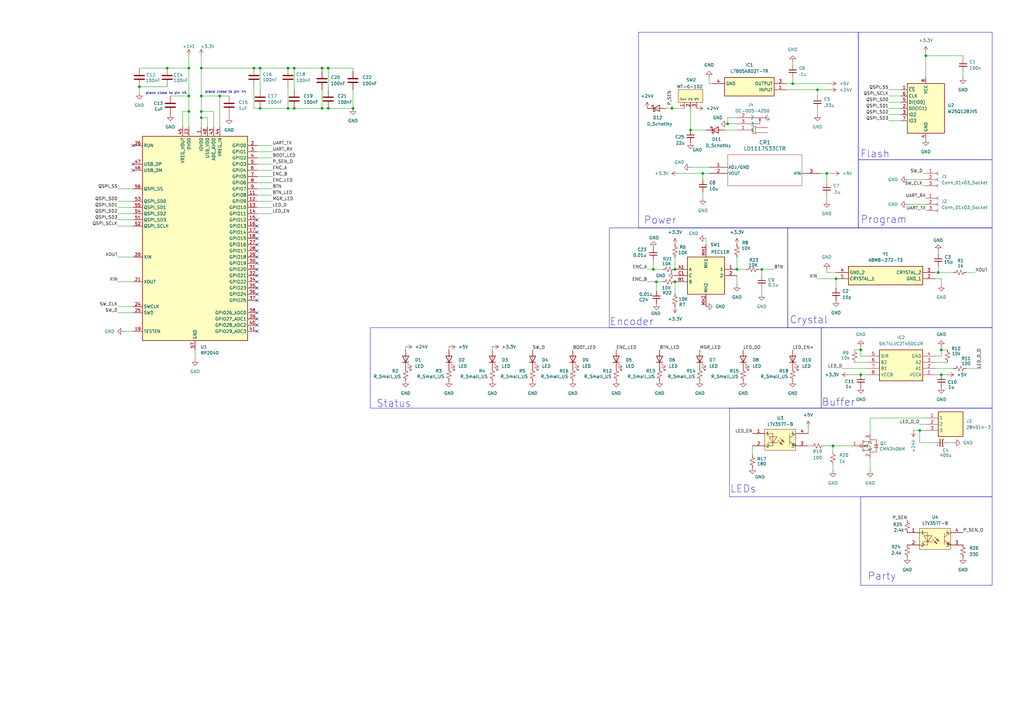
<source format=kicad_sch>
(kicad_sch (version 20231120) (generator "eeschema") (generator_version "8.0")
  (paper "A3")
  (junction (at 57.15 35.56))
  (junction (at 386.08 153.67))
  (junction (at 132.08 44.45))
  (junction (at 82.55 48.26))
  (junction (at 68.58 27.94))
  (junction (at 335.28 36.83))
  (junction (at 132.08 27.94))
  (junction (at 298.45 50.8))
  (junction (at 77.47 45.72))
  (junction (at 276.86 115.57))
  (junction (at 339.09 71.12))
  (junction (at 288.29 71.12))
  (junction (at 377.19 176.53))
  (junction (at 106.68 44.45))
  (junction (at 267.97 110.49))
  (junction (at 134.62 44.45))
  (junction (at 384.81 111.76))
  (junction (at 312.42 110.49))
  (junction (at 144.78 44.45))
  (junction (at 341.63 182.88))
  (junction (at 82.55 39.37))
  (junction (at 386.08 143.51))
  (junction (at 276.86 110.49))
  (junction (at 269.24 115.57))
  (junction (at 120.65 44.45))
  (junction (at 120.65 27.94))
  (junction (at 325.12 34.29))
  (junction (at 82.55 27.94))
  (junction (at 82.55 45.72))
  (junction (at 104.14 27.94))
  (junction (at 134.62 27.94))
  (junction (at 302.26 110.49))
  (junction (at 118.11 44.45))
  (junction (at 106.68 27.94))
  (junction (at 379.73 22.86))
  (junction (at 283.21 53.34))
  (junction (at 353.06 143.51))
  (junction (at 77.47 39.37))
  (junction (at 275.59 44.45))
  (junction (at 90.17 39.37))
  (junction (at 118.11 27.94))
  (junction (at 353.06 153.67))
  (junction (at 342.9 114.3))
  (junction (at 77.47 27.94))
  (no_connect (at 105.41 100.33))
  (no_connect (at 54.61 69.85))
  (no_connect (at 105.41 128.27))
  (no_connect (at 105.41 102.87))
  (no_connect (at 105.41 113.03))
  (no_connect (at 105.41 105.41))
  (no_connect (at 105.41 120.65))
  (no_connect (at 105.41 97.79))
  (no_connect (at 54.61 67.31))
  (no_connect (at 54.61 59.69))
  (no_connect (at 105.41 90.17))
  (no_connect (at 105.41 135.89))
  (no_connect (at 105.41 110.49))
  (no_connect (at 105.41 123.19))
  (no_connect (at 105.41 118.11))
  (no_connect (at 105.41 107.95))
  (no_connect (at 105.41 95.25))
  (no_connect (at 105.41 130.81))
  (no_connect (at 105.41 92.71))
  (no_connect (at 105.41 115.57))
  (no_connect (at 105.41 133.35))
  (wire (pts (xy 364.49 44.45) (xy 369.57 44.45)))
  (wire (pts (xy 105.41 59.69) (xy 111.76 59.69)))
  (wire (pts (xy 342.9 114.3) (xy 342.9 118.11)))
  (wire (pts (xy 105.41 62.23) (xy 111.76 62.23)))
  (wire (pts (xy 379.73 22.86) (xy 394.97 22.86)))
  (wire (pts (xy 134.62 27.94) (xy 144.78 27.94)))
  (wire (pts (xy 69.85 39.37) (xy 77.47 39.37)))
  (wire (pts (xy 379.73 22.86) (xy 379.73 31.75)))
  (wire (pts (xy 269.24 119.38) (xy 269.24 115.57)))
  (wire (pts (xy 276.86 105.41) (xy 276.86 110.49)))
  (wire (pts (xy 289.56 53.34) (xy 283.21 53.34)))
  (wire (pts (xy 339.09 110.49) (xy 339.09 111.76)))
  (wire (pts (xy 288.29 71.12) (xy 288.29 73.66)))
  (wire (pts (xy 57.15 35.56) (xy 57.15 38.1)))
  (wire (pts (xy 105.41 85.09) (xy 111.76 85.09)))
  (wire (pts (xy 265.43 110.49) (xy 267.97 110.49)))
  (wire (pts (xy 384.81 111.76) (xy 391.16 111.76)))
  (wire (pts (xy 105.41 67.31) (xy 111.76 67.31)))
  (wire (pts (xy 388.62 181.61) (xy 391.16 181.61)))
  (wire (pts (xy 93.98 46.99) (xy 93.98 48.26)))
  (wire (pts (xy 353.06 153.67) (xy 355.6 153.67)))
  (wire (pts (xy 48.26 77.47) (xy 54.61 77.47)))
  (wire (pts (xy 77.47 45.72) (xy 77.47 52.07)))
  (wire (pts (xy 144.78 27.94) (xy 144.78 29.21)))
  (wire (pts (xy 339.09 71.12) (xy 341.63 71.12)))
  (wire (pts (xy 335.28 36.83) (xy 335.28 39.37)))
  (wire (pts (xy 396.24 111.76) (xy 400.05 111.76)))
  (wire (pts (xy 374.65 176.53) (xy 377.19 176.53)))
  (wire (pts (xy 335.28 114.3) (xy 342.9 114.3)))
  (wire (pts (xy 85.09 52.07) (xy 85.09 48.26)))
  (wire (pts (xy 120.65 36.83) (xy 120.65 27.94)))
  (wire (pts (xy 364.49 36.83) (xy 369.57 36.83)))
  (wire (pts (xy 48.26 128.27) (xy 54.61 128.27)))
  (wire (pts (xy 275.59 43.18) (xy 275.59 44.45)))
  (wire (pts (xy 134.62 44.45) (xy 144.78 44.45)))
  (wire (pts (xy 104.14 44.45) (xy 106.68 44.45)))
  (wire (pts (xy 386.08 143.51) (xy 388.62 143.51)))
  (wire (pts (xy 377.19 176.53) (xy 379.73 176.53)))
  (wire (pts (xy 48.26 87.63) (xy 54.61 87.63)))
  (wire (pts (xy 386.08 114.3) (xy 386.08 116.84)))
  (wire (pts (xy 345.44 151.13) (xy 355.6 151.13)))
  (wire (pts (xy 384.81 109.22) (xy 384.81 111.76)))
  (wire (pts (xy 377.19 181.61) (xy 383.54 181.61)))
  (wire (pts (xy 364.49 46.99) (xy 369.57 46.99)))
  (wire (pts (xy 289.56 97.79) (xy 289.56 100.33)))
  (wire (pts (xy 290.83 34.29) (xy 292.1 34.29)))
  (wire (pts (xy 350.52 148.59) (xy 355.6 148.59)))
  (wire (pts (xy 384.81 102.87) (xy 384.81 104.14)))
  (wire (pts (xy 269.24 115.57) (xy 271.78 115.57)))
  (wire (pts (xy 118.11 27.94) (xy 120.65 27.94)))
  (wire (pts (xy 87.63 52.07) (xy 87.63 45.72)))
  (wire (pts (xy 50.8 135.89) (xy 54.61 135.89)))
  (wire (pts (xy 302.26 53.34) (xy 297.18 53.34)))
  (wire (pts (xy 339.09 71.12) (xy 339.09 74.93)))
  (wire (pts (xy 80.01 143.51) (xy 80.01 147.32)))
  (wire (pts (xy 337.82 182.88) (xy 341.63 182.88)))
  (wire (pts (xy 106.68 27.94) (xy 118.11 27.94)))
  (wire (pts (xy 288.29 78.74) (xy 288.29 81.28)))
  (wire (pts (xy 378.46 76.2) (xy 379.73 76.2)))
  (wire (pts (xy 120.65 27.94) (xy 132.08 27.94)))
  (wire (pts (xy 48.26 115.57) (xy 54.61 115.57)))
  (wire (pts (xy 322.58 34.29) (xy 325.12 34.29)))
  (wire (pts (xy 132.08 27.94) (xy 134.62 27.94)))
  (wire (pts (xy 77.47 27.94) (xy 77.47 39.37)))
  (wire (pts (xy 283.21 53.34) (xy 283.21 44.45)))
  (wire (pts (xy 325.12 34.29) (xy 340.36 34.29)))
  (wire (pts (xy 386.08 153.67) (xy 388.62 153.67)))
  (wire (pts (xy 379.73 21.59) (xy 379.73 22.86)))
  (wire (pts (xy 120.65 44.45) (xy 132.08 44.45)))
  (wire (pts (xy 350.52 143.51) (xy 353.06 143.51)))
  (wire (pts (xy 77.47 39.37) (xy 77.47 45.72)))
  (wire (pts (xy 106.68 44.45) (xy 118.11 44.45)))
  (wire (pts (xy 364.49 39.37) (xy 369.57 39.37)))
  (wire (pts (xy 335.28 36.83) (xy 340.36 36.83)))
  (wire (pts (xy 394.97 22.86) (xy 394.97 24.13)))
  (wire (pts (xy 396.24 151.13) (xy 402.59 151.13)))
  (wire (pts (xy 383.54 153.67) (xy 386.08 153.67)))
  (wire (pts (xy 311.15 110.49) (xy 312.42 110.49)))
  (wire (pts (xy 132.08 44.45) (xy 132.08 36.83)))
  (wire (pts (xy 90.17 39.37) (xy 93.98 39.37)))
  (wire (pts (xy 341.63 182.88) (xy 349.25 182.88)))
  (wire (pts (xy 353.06 142.24) (xy 353.06 143.51)))
  (wire (pts (xy 378.46 71.12) (xy 379.73 71.12)))
  (wire (pts (xy 144.78 36.83) (xy 144.78 44.45)))
  (wire (pts (xy 308.61 182.88) (xy 308.61 186.69)))
  (wire (pts (xy 276.86 120.65) (xy 276.86 115.57)))
  (wire (pts (xy 105.41 82.55) (xy 111.76 82.55)))
  (wire (pts (xy 347.98 153.67) (xy 353.06 153.67)))
  (wire (pts (xy 48.26 85.09) (xy 54.61 85.09)))
  (wire (pts (xy 118.11 44.45) (xy 120.65 44.45)))
  (wire (pts (xy 201.93 142.24) (xy 201.93 143.51)))
  (wire (pts (xy 356.87 187.96) (xy 356.87 193.04)))
  (wire (pts (xy 278.13 71.12) (xy 288.29 71.12)))
  (wire (pts (xy 132.08 27.94) (xy 132.08 29.21)))
  (wire (pts (xy 267.97 110.49) (xy 271.78 110.49)))
  (wire (pts (xy 335.28 46.99) (xy 335.28 44.45)))
  (wire (pts (xy 325.12 25.4) (xy 325.12 26.67)))
  (wire (pts (xy 312.42 113.03) (xy 312.42 110.49)))
  (wire (pts (xy 77.47 22.86) (xy 77.47 27.94)))
  (wire (pts (xy 394.97 29.21) (xy 394.97 31.75)))
  (wire (pts (xy 383.54 148.59) (xy 388.62 148.59)))
  (wire (pts (xy 312.42 120.65) (xy 312.42 118.11)))
  (wire (pts (xy 325.12 31.75) (xy 325.12 34.29)))
  (wire (pts (xy 377.19 173.99) (xy 379.73 173.99)))
  (wire (pts (xy 74.93 52.07) (xy 74.93 45.72)))
  (wire (pts (xy 341.63 182.88) (xy 341.63 185.42)))
  (wire (pts (xy 105.41 69.85) (xy 111.76 69.85)))
  (wire (pts (xy 386.08 143.51) (xy 386.08 142.24)))
  (wire (pts (xy 383.54 146.05) (xy 386.08 146.05)))
  (wire (pts (xy 87.63 45.72) (xy 82.55 45.72)))
  (wire (pts (xy 288.29 71.12) (xy 290.83 71.12)))
  (wire (pts (xy 105.41 74.93) (xy 111.76 74.93)))
  (wire (pts (xy 68.58 27.94) (xy 77.47 27.94)))
  (wire (pts (xy 339.09 80.01) (xy 339.09 82.55)))
  (wire (pts (xy 290.83 31.75) (xy 290.83 34.29)))
  (wire (pts (xy 386.08 146.05) (xy 386.08 143.51)))
  (wire (pts (xy 57.15 35.56) (xy 68.58 35.56)))
  (wire (pts (xy 302.26 105.41) (xy 302.26 110.49)))
  (wire (pts (xy 275.59 44.45) (xy 280.67 44.45)))
  (wire (pts (xy 339.09 111.76) (xy 342.9 111.76)))
  (wire (pts (xy 82.55 39.37) (xy 82.55 45.72)))
  (wire (pts (xy 48.26 90.17) (xy 54.61 90.17)))
  (wire (pts (xy 132.08 44.45) (xy 134.62 44.45)))
  (wire (pts (xy 85.09 48.26) (xy 82.55 48.26)))
  (wire (pts (xy 82.55 52.07) (xy 82.55 48.26)))
  (wire (pts (xy 57.15 27.94) (xy 68.58 27.94)))
  (wire (pts (xy 48.26 105.41) (xy 54.61 105.41)))
  (wire (pts (xy 322.58 36.83) (xy 335.28 36.83)))
  (wire (pts (xy 302.26 110.49) (xy 306.07 110.49)))
  (wire (pts (xy 273.05 44.45) (xy 275.59 44.45)))
  (wire (pts (xy 298.45 50.8) (xy 298.45 48.26)))
  (wire (pts (xy 372.11 73.66) (xy 379.73 73.66)))
  (wire (pts (xy 383.54 114.3) (xy 386.08 114.3)))
  (wire (pts (xy 298.45 48.26) (xy 302.26 48.26)))
  (wire (pts (xy 267.97 106.68) (xy 267.97 110.49)))
  (wire (pts (xy 82.55 27.94) (xy 82.55 39.37)))
  (wire (pts (xy 104.14 35.56) (xy 104.14 44.45)))
  (wire (pts (xy 105.41 72.39) (xy 111.76 72.39)))
  (wire (pts (xy 90.17 39.37) (xy 90.17 52.07)))
  (wire (pts (xy 302.26 50.8) (xy 298.45 50.8)))
  (wire (pts (xy 105.41 80.01) (xy 111.76 80.01)))
  (wire (pts (xy 106.68 36.83) (xy 106.68 27.94)))
  (wire (pts (xy 48.26 82.55) (xy 54.61 82.55)))
  (wire (pts (xy 331.47 175.26) (xy 331.47 177.8)))
  (wire (pts (xy 184.15 143.51) (xy 184.15 142.24)))
  (wire (pts (xy 283.21 68.58) (xy 290.83 68.58)))
  (wire (pts (xy 341.63 193.04) (xy 341.63 190.5)))
  (wire (pts (xy 134.62 36.83) (xy 134.62 27.94)))
  (wire (pts (xy 364.49 49.53) (xy 369.57 49.53)))
  (wire (pts (xy 353.06 143.51) (xy 353.06 146.05)))
  (wire (pts (xy 105.41 64.77) (xy 111.76 64.77)))
  (wire (pts (xy 265.43 115.57) (xy 269.24 115.57)))
  (wire (pts (xy 82.55 39.37) (xy 90.17 39.37)))
  (wire (pts (xy 364.49 41.91) (xy 369.57 41.91)))
  (wire (pts (xy 48.26 125.73) (xy 54.61 125.73)))
  (wire (pts (xy 166.37 142.24) (xy 166.37 143.51)))
  (wire (pts (xy 332.74 182.88) (xy 331.47 182.88)))
  (wire (pts (xy 312.42 110.49) (xy 317.5 110.49)))
  (wire (pts (xy 105.41 77.47) (xy 111.76 77.47)))
  (wire (pts (xy 336.55 71.12) (xy 339.09 71.12)))
  (wire (pts (xy 48.26 92.71) (xy 54.61 92.71)))
  (wire (pts (xy 74.93 45.72) (xy 77.47 45.72)))
  (wire (pts (xy 383.54 111.76) (xy 384.81 111.76)))
  (wire (pts (xy 118.11 35.56) (xy 118.11 44.45)))
  (wire (pts (xy 383.54 151.13) (xy 391.16 151.13)))
  (wire (pts (xy 82.55 27.94) (xy 104.14 27.94)))
  (wire (pts (xy 377.19 176.53) (xy 377.19 181.61)))
  (wire (pts (xy 82.55 48.26) (xy 82.55 45.72)))
  (wire (pts (xy 353.06 146.05) (xy 355.6 146.05)))
  (wire (pts (xy 302.26 113.03) (xy 302.26 116.84)))
  (wire (pts (xy 105.41 87.63) (xy 111.76 87.63)))
  (wire (pts (xy 379.73 171.45) (xy 356.87 171.45)))
  (wire (pts (xy 372.11 83.82) (xy 379.73 83.82)))
  (wire (pts (xy 356.87 171.45) (xy 356.87 177.8)))
  (wire (pts (xy 82.55 22.86) (xy 82.55 27.94)))
  (wire (pts (xy 104.14 27.94) (xy 106.68 27.94)))
  (rectangle (start 352.044 13.208) (end 406.908 65.532))
  (rectangle (start 323.088 93.472) (end 406.908 134.366))
  (rectangle (start 299.212 167.386) (end 406.908 203.708))
  (rectangle (start 249.936 93.472) (end 323.088 134.366))
  (rectangle (start 353.06 203.708) (end 406.908 240.03))
  (rectangle (start 336.804 134.366) (end 406.908 167.386))
  (rectangle (start 261.874 13.208) (end 352.044 93.472))
  (rectangle (start 151.892 134.366) (end 336.804 167.386))
  (rectangle (start 352.044 65.532) (end 406.908 93.472))
  (text "Crystal" (at 331.724 131.318 0) (effects (font (size 3 3))))
  (text "place close to pin 44" (at 84.074 38.354 0) (effects (font (size 1 1)) (justify left bottom)))
  (text "Buffer" (at 343.916 165.1 0) (effects (font (size 3 3))))
  (text "Power" (at 270.764 90.424 0) (effects (font (size 3 3))))
  (text "place close to pin 45" (at 59.69 38.862 0) (effects (font (size 1 1)) (justify left bottom)))
  (text "LEDs" (at 304.8 200.66 0) (effects (font (size 3 3))))
  (text "Flash" (at 358.902 63.246 0) (effects (font (size 3 3))))
  (text "Status" (at 161.544 165.608 0) (effects (font (size 3 3))))
  (text "Program" (at 362.458 90.17 0) (effects (font (size 3 3))))
  (text "Encoder" (at 259.08 132.08 0) (effects (font (size 3 3))))
  (text "Party" (at 361.696 236.474 0) (effects (font (size 3 3))))
  (label "LED_EN" (at 308.61 177.8 180))
  (label "P_SEN_O" (at 394.97 218.44 0))
  (label "QSPI_SCLK" (at 48.26 92.71 180))
  (label "QSPI_SD0" (at 48.26 82.55 180))
  (label "P_SEN_O" (at 111.76 67.31 0))
  (label "BTN" (at 111.76 77.47 0))
  (label "XOUT" (at 400.05 111.76 0))
  (label "P_SEN" (at 275.59 43.18 90))
  (label "ENC_A" (at 111.76 69.85 0))
  (label "LED_D_O" (at 402.59 151.13 90))
  (label "SW_CLK" (at 48.26 125.73 180))
  (label "QSPI_SS" (at 48.26 77.47 180))
  (label "LED_DO" (at 304.8 143.51 0))
  (label "QSPI_SD2" (at 48.26 87.63 180))
  (label "ENC_B" (at 265.43 115.57 180))
  (label "XIN" (at 335.28 114.3 180))
  (label "ENC_A" (at 265.43 110.49 180))
  (label "LED_EN+" (at 325.12 143.51 0))
  (label "ENC_B" (at 111.76 72.39 0))
  (label "UART_TX" (at 379.73 86.36 180))
  (label "P_SEN" (at 372.11 213.36 180))
  (label "SW_D" (at 48.26 128.27 180))
  (label "QSPI_SD1" (at 48.26 85.09 180))
  (label "LED_EN" (at 111.76 87.63 0))
  (label "QSPI_SD3" (at 364.49 49.53 180))
  (label "BOOT_LED" (at 234.95 143.51 0))
  (label "QSPI_SD3" (at 48.26 90.17 180))
  (label "UART_RX" (at 379.73 81.28 180))
  (label "BTN_LED" (at 270.51 143.51 0))
  (label "UART_TX" (at 111.76 59.69 0))
  (label "BOOT_LED" (at 111.76 64.77 0))
  (label "LED_D" (at 111.76 85.09 0))
  (label "QSPI_SD1" (at 364.49 44.45 180))
  (label "QSPI_SCLK" (at 364.49 39.37 180))
  (label "MGR_LED" (at 287.02 143.51 0))
  (label "QSPI_SS" (at 364.49 36.83 180))
  (label "XIN" (at 48.26 115.57 180))
  (label "SW_D" (at 218.44 143.51 0))
  (label "QSPI_SD2" (at 364.49 46.99 180))
  (label "XOUT" (at 48.26 105.41 180))
  (label "ENC_LED" (at 252.73 143.51 0))
  (label "UART_RX" (at 111.76 62.23 0))
  (label "LED_D" (at 345.44 151.13 180))
  (label "BTN_LED" (at 111.76 80.01 0))
  (label "SW_CLK" (at 378.46 76.2 180))
  (label "QSPI_SD0" (at 364.49 41.91 180))
  (label "ENC_LED" (at 111.76 74.93 0))
  (label "MGR_LED" (at 111.76 82.55 0))
  (label "BTN" (at 317.5 110.49 0))
  (label "SW_D" (at 378.46 71.12 180))
  (label "LED_D_O" (at 377.19 173.99 180))
  (symbol (lib_id "power:+24V") (at 166.37 142.24 270) (unit 1)
    (property "Reference" "#PWR047" (effects (hide yes)))
    (property "Value" "+24V" (at 170.18 142.2399 90) (effects (justify left)))
    (property "Description" "Power symbol creates a global label with name \"+24V\"" (effects (hide yes)))
  )
  (symbol (lib_id "power:GND") (at 283.21 68.58 270) (unit 1)
    (property "Reference" "#PWR024" (effects (hide yes)))
    (property "Value" "GND" (at 278.638 66.548 90))
    (property "Description" "Power symbol creates a global label with name \"GND\" , ground" (effects (hide yes)))
  )
  (symbol (lib_id "Device:C") (at 106.68 40.64 0) (unit 1)
    (property "Reference" "C17" (at 109.728 39.37 0) (effects (justify left)))
    (property "Value" "100nF" (at 109.728 41.91 0) (effects (justify left)))
    (property "Footprint" "Capacitor_SMD:C_0402_1005Metric" (effects (hide yes)))
    (property "LCSC" "C1525" (effects (hide yes)))
  )
  (symbol (lib_id "power:GND") (at 218.44 156.21 0) (unit 1)
    (property "Reference" "#PWR030" (effects (hide yes)))
    (property "Value" "GND" (at 218.44 161.29 0))
    (property "Description" "Power symbol creates a global label with name \"GND\" , ground" (effects (hide yes)))
  )
  (symbol (lib_id "Device:R_Small_US") (at 372.11 226.06 180) (unit 1)
    (property "Reference" "R24" (at 365.506 224.282 0) (effects (justify right)))
    (property "Value" "2.4k" (at 365.506 226.822 0) (effects (justify right)))
    (property "Description" "Resistor, small US symbol" (effects (hide yes)))
  )
  (symbol (lib_id "Device:LED") (at 184.15 147.32 90) (unit 1)
    (property "Reference" "D2" (at 187.96 147.6374 90) (effects (justify right)))
    (property "Value" "LED" (at 187.96 150.1774 90) (effects (justify right)))
    (property "Description" "Light emitting diode" (effects (hide yes)))
  )
  (symbol (lib_id "power:GND") (at 342.9 123.19 0) (unit 1)
    (property "Reference" "#PWR06" (effects (hide yes)))
    (property "Value" "GND" (at 342.9 128.27 0))
    (property "Description" "Power symbol creates a global label with name \"GND\" , ground" (effects (hide yes)))
  )
  (symbol (lib_id "MCU_RaspberryPi:RP2040") (at 80.01 97.79 0) (unit 1)
    (property "Reference" "U1" (at 82.2041 142.24 0) (effects (justify left)))
    (property "Value" "RP2040" (at 82.2041 144.78 0) (effects (justify left)))
    (property "Footprint" "Package_DFN_QFN:QFN-56-1EP_7x7mm_P0.4mm_EP3.2x3.2mm" (effects (hide yes)))
    (property "Datasheet" "https://datasheets.raspberrypi.com/rp2040/rp2040-datasheet.pdf" (effects (hide yes)))
    (property "Description" "A microcontroller by Raspberry Pi" (effects (hide yes)))
  )
  (symbol (lib_id "Device:LED") (at 201.93 147.32 90) (unit 1)
    (property "Reference" "D3" (at 205.74 147.6374 90) (effects (justify right)))
    (property "Value" "LED" (at 205.74 150.1774 90) (effects (justify right)))
    (property "Description" "Light emitting diode" (effects (hide yes)))
  )
  (symbol (lib_id "power:GND") (at 372.11 228.6 0) (unit 1)
    (property "Reference" "#PWR067" (effects (hide yes)))
    (property "Value" "GND" (at 372.11 233.68 0))
    (property "Description" "Power symbol creates a global label with name \"GND\" , ground" (effects (hide yes)))
  )
  (symbol (lib_id "Device:C") (at 93.98 43.18 0) (unit 1)
    (property "Reference" "C15" (at 97.79 41.91 0) (effects (justify left)))
    (property "Value" "1uF" (at 97.79 44.45 0) (effects (justify left)))
    (property "Footprint" "Capacitor_SMD:C_0402_1005Metric" (effects (hide yes)))
    (property "LCSC" "C52923" (effects (hide yes)))
  )
  (symbol (lib_id "Device:C") (at 68.58 31.75 0) (unit 1)
    (property "Reference" "C14" (at 71.12 30.734 0) (effects (justify left)))
    (property "Value" "100nF" (at 71.12 33.02 0) (effects (justify left)))
    (property "Footprint" "Capacitor_SMD:C_0402_1005Metric" (effects (hide yes)))
    (property "LCSC" "C1525" (effects (hide yes)))
  )
  (symbol (lib_id "Device:R_Small_US") (at 304.8 153.67 0) (unit 1)
    (property "Reference" "R15" (at 299.212 152.146 0) (effects (justify left)))
    (property "Value" "R_Small_US" (at 291.592 154.432 0) (effects (justify left)))
    (property "Description" "Resistor, small US symbol" (effects (hide yes)))
  )
  (symbol (lib_id "power:GND") (at 356.87 193.04 0) (unit 1)
    (property "Reference" "#PWR058" (effects (hide yes)))
    (property "Value" "GND" (at 356.87 198.12 0))
    (property "Description" "Power symbol creates a global label with name \"GND\" , ground" (effects (hide yes)))
  )
  (symbol (lib_id "Device:C") (at 104.14 31.75 0) (unit 1)
    (property "Reference" "C16" (at 107.696 30.48 0) (effects (justify left)))
    (property "Value" "100nF" (at 107.696 32.766 0) (effects (justify left)))
    (property "Footprint" "Capacitor_SMD:C_0402_1005Metric" (effects (hide yes)))
    (property "LCSC" "C1525" (effects (hide yes)))
  )
  (symbol (lib_id "power:GND") (at 353.06 142.24 180) (unit 1)
    (property "Reference" "#PWR036" (effects (hide yes)))
    (property "Value" "GND" (at 353.06 137.16 0))
    (property "Description" "Power symbol creates a global label with name \"GND\" , ground" (effects (hide yes)))
  )
  (symbol (lib_id "power:GND") (at 298.45 50.8 270) (unit 1)
    (property "Reference" "#PWR028" (effects (hide yes)))
    (property "Value" "GND" (at 296.418 48.26 90) (effects (justify right)))
    (property "Description" "Power symbol creates a global label with name \"GND\" , ground" (effects (hide yes)))
  )
  (symbol (lib_id "Device:R_Small_US") (at 341.63 187.96 0) (unit 1)
    (property "Reference" "R20" (at 344.17 186.6899 0) (effects (justify left)))
    (property "Value" "1k" (at 344.17 189.2299 0) (effects (justify left)))
    (property "Description" "Resistor, small US symbol" (effects (hide yes)))
  )
  (symbol (lib_id "Device:R_Small_US") (at 218.44 153.67 0) (unit 1)
    (property "Reference" "R5" (at 212.852 152.146 0) (effects (justify left)))
    (property "Value" "R_Small_US" (at 205.232 154.432 0) (effects (justify left)))
    (property "Description" "Resistor, small US symbol" (effects (hide yes)))
  )
  (symbol (lib_id "power:GND") (at 339.09 82.55 0) (unit 1)
    (property "Reference" "#PWR022" (effects (hide yes)))
    (property "Value" "GND" (at 339.09 87.63 0))
    (property "Description" "Power symbol creates a global label with name \"GND\" , ground" (effects (hide yes)))
  )
  (symbol (lib_id "Device:C_Small") (at 353.06 156.21 0) (unit 1)
    (property "Reference" "C11" (at 346.456 156.464 0) (effects (justify left)))
    (property "Value" "1u" (at 346.71 158.496 0) (effects (justify left)))
    (property "Description" "Unpolarized capacitor, small symbol" (effects (hide yes)))
  )
  (symbol (lib_id "Device:R_Small_US") (at 325.12 153.67 0) (unit 1)
    (property "Reference" "R18" (at 319.532 152.146 0) (effects (justify left)))
    (property "Value" "R_Small_US" (at 311.912 154.432 0) (effects (justify left)))
    (property "Description" "Resistor, small US symbol" (effects (hide yes)))
  )
  (symbol (lib_id "power:GND") (at 270.51 156.21 0) (unit 1)
    (property "Reference" "#PWR043" (effects (hide yes)))
    (property "Value" "GND" (at 270.51 161.29 0))
    (property "Description" "Power symbol creates a global label with name \"GND\" , ground" (effects (hide yes)))
  )
  (symbol (lib_id "power:GND") (at 386.08 142.24 180) (unit 1)
    (property "Reference" "#PWR037" (effects (hide yes)))
    (property "Value" "GND" (at 386.08 137.16 0))
    (property "Description" "Power symbol creates a global label with name \"GND\" , ground" (effects (hide yes)))
  )
  (symbol (lib_id "power:GND") (at 290.83 31.75 180) (unit 1)
    (property "Reference" "#PWR023" (effects (hide yes)))
    (property "Value" "GND" (at 290.83 26.67 0))
    (property "Description" "Power symbol creates a global label with name \"GND\" , ground" (effects (hide yes)))
  )
  (symbol (lib_id "Device:C") (at 120.65 40.64 0) (unit 1)
    (property "Reference" "C19" (at 124.46 39.37 0) (effects (justify left)))
    (property "Value" "100nF" (at 124.46 41.91 0) (effects (justify left)))
    (property "Footprint" "Capacitor_SMD:C_0402_1005Metric" (effects (hide yes)))
    (property "LCSC" "C1525" (effects (hide yes)))
  )
  (symbol (lib_id "Device:R_Small_US") (at 335.28 182.88 270) (unit 1)
    (property "Reference" "R19" (at 335.28 185.166 90))
    (property "Value" "100" (at 335.28 187.706 90))
    (property "Description" "Resistor, small US symbol" (effects (hide yes)))
  )
  (symbol (lib_id "Memory_Flash:W25Q128JVS") (at 379.73 44.45 0) (unit 1)
    (property "Reference" "U2" (at 388.62 43.1799 0) (effects (justify left)))
    (property "Value" "W25Q128JVS" (at 388.62 45.7199 0) (effects (justify left)))
    (property "Footprint" "Package_SO:SOIC-8_5.23x5.23mm_P1.27mm" (effects (hide yes)))
    (property "Datasheet" "http://www.winbond.com/resource-files/w25q128jv_dtr%20revc%2003272018%20plus.pdf" (effects (hide yes)))
    (property "Description" "128Mb Serial Flash Memory, Standard/Dual/Quad SPI, SOIC-8" (effects (hide yes)))
  )
  (symbol (lib_id "Device:D_Schottky") (at 293.37 53.34 0) (unit 1)
    (property "Reference" "D11" (at 293.878 57.15 0))
    (property "Value" "D_Schottky" (at 294.64 59.69 0))
    (property "Description" "Schottky diode" (effects (hide yes)))
  )
  (symbol (lib_id "Device:R_Small_US") (at 274.32 110.49 90) (unit 1)
    (property "Reference" "R21" (at 271.78 106.172 90) (effects (justify right)))
    (property "Value" "10K" (at 271.526 108.204 90) (effects (justify right)))
    (property "Description" "Resistor, small US symbol" (effects (hide yes)))
  )
  (symbol (lib_id "power:GND") (at 312.42 120.65 0) (unit 1)
    (property "Reference" "#PWR064" (effects (hide yes)))
    (property "Value" "GND" (at 312.42 125.73 0))
    (property "Description" "Power symbol creates a global label with name \"GND\" , ground" (effects (hide yes)))
  )
  (symbol (lib_id "power:GND") (at 335.28 46.99 0) (unit 1)
    (property "Reference" "#PWR018" (effects (hide yes)))
    (property "Value" "GND" (at 335.28 52.07 0))
    (property "Description" "Power symbol creates a global label with name \"GND\" , ground" (effects (hide yes)))
  )
  (symbol (lib_id "Device:R_Small_US") (at 201.93 153.67 0) (unit 1)
    (property "Reference" "R4" (at 196.342 152.146 0) (effects (justify left)))
    (property "Value" "R_Small_US" (at 188.722 154.432 0) (effects (justify left)))
    (property "Description" "Resistor, small US symbol" (effects (hide yes)))
  )
  (symbol (lib_id "power:GND") (at 287.02 156.21 0) (unit 1)
    (property "Reference" "#PWR044" (effects (hide yes)))
    (property "Value" "GND" (at 287.02 161.29 0))
    (property "Description" "Power symbol creates a global label with name \"GND\" , ground" (effects (hide yes)))
  )
  (symbol (lib_id "Device:R_Small_US") (at 252.73 153.67 0) (unit 1)
    (property "Reference" "R12" (at 247.142 152.146 0) (effects (justify left)))
    (property "Value" "R_Small_US" (at 239.522 154.432 0) (effects (justify left)))
    (property "Description" "Resistor, small US symbol" (effects (hide yes)))
  )
  (symbol (lib_id "power:GND") (at 325.12 25.4 180) (unit 1)
    (property "Reference" "#PWR019" (effects (hide yes)))
    (property "Value" "GND" (at 325.12 20.32 0))
    (property "Description" "Power symbol creates a global label with name \"GND\" , ground" (effects (hide yes)))
  )
  (symbol (lib_id "Device:R_Small_US") (at 234.95 153.67 0) (unit 1)
    (property "Reference" "R16" (at 229.362 152.146 0) (effects (justify left)))
    (property "Value" "R_Small_US" (at 221.742 154.432 0) (effects (justify left)))
    (property "Description" "Resistor, small US symbol" (effects (hide yes)))
  )
  (symbol (lib_id "Device:R_Small_US") (at 372.11 215.9 0) (unit 1)
    (property "Reference" "R25" (at 366.268 215.138 0) (effects (justify left)))
    (property "Value" "2.4k" (at 366.522 217.424 0) (effects (justify left)))
    (property "Description" "Resistor, small US symbol" (effects (hide yes)))
  )
  (symbol (lib_id "Device:C") (at 134.62 40.64 0) (unit 1)
    (property "Reference" "C21" (at 138.43 39.37 0) (effects (justify left)))
    (property "Value" "100nF" (at 138.43 41.91 0) (effects (justify left)))
    (property "Footprint" "Capacitor_SMD:C_0402_1005Metric" (effects (hide yes)))
    (property "LCSC" "C1525" (effects (hide yes)))
  )
  (symbol (lib_id "power:GND") (at 201.93 156.21 0) (unit 1)
    (property "Reference" "#PWR027" (effects (hide yes)))
    (property "Value" "GND" (at 201.93 161.29 0))
    (property "Description" "Power symbol creates a global label with name \"GND\" , ground" (effects (hide yes)))
  )
  (symbol (lib_id "power:GND") (at 267.97 101.6 180) (unit 1)
    (property "Reference" "#PWR062" (effects (hide yes)))
    (property "Value" "GND" (at 266.192 97.536 0) (effects (justify right)))
    (property "Description" "Power symbol creates a global label with name \"GND\" , ground" (effects (hide yes)))
  )
  (symbol (lib_id "L7805ABD2T-TR:L7805ABD2T-TR") (at 292.1 34.29 0) (unit 1)
    (property "Reference" "IC1" (at 307.34 26.67 0))
    (property "Value" "L7805ABD2T-TR" (at 307.34 29.21 0))
    (property "Footprint" "D2PAK-STB35NF10T4" (effects (hide yes)))
    (property "Datasheet" "https://www.st.com/resource/en/datasheet/l78.pdf" (effects (hide yes)))
    (property "Description" "Linear Voltage Regulators 5.0V 1.0A Positive" (effects (hide yes)))
    (property "Mouser Part Number" "511-L7805ABD2T-TR" (effects (hide yes)))
    (property "Mouser Price/Stock" "https://www.mouser.co.uk/ProductDetail/STMicroelectronics/L7805ABD2T-TR?qs=LL%252BsqOK9SqOQ%2FfZD5ZsNqA%3D%3D" (effects (hide yes)))
    (property "Manufacturer_Name" "STMicroelectronics" (effects (hide yes)))
    (property "Manufacturer_Part_Number" "L7805ABD2T-TR" (effects (hide yes)))
  )
  (symbol (lib_id "easyeda2kicad:LTV357T-B") (at 320.04 180.34 0) (unit 1)
    (property "Reference" "U3" (at 320.04 171.45 0))
    (property "Value" "LTV357T-B" (at 320.04 173.99 0))
    (property "Footprint" "easyeda2kicad:SOP-4_L4.4-W4.0-P2.54-LS7.0-TL" (effects (hide yes)))
    (property "Datasheet" "https://lcsc.com/product-detail/SMD-Optocouplers_LTV357T-B_C33068.html" (effects (hide yes)))
    (property "Description" "AC/DC Phototransistor Optocoupler, Vce 80V, CTR 20-400%, SOP-4" (effects (hide yes)))
    (property "LCSC Part" "C33068" (effects (hide yes)))
  )
  (symbol (lib_id "power:+3.3V") (at 201.93 142.24 270) (unit 1)
    (property "Reference" "#PWR049" (effects (hide yes)))
    (property "Value" "+3.3V" (at 205.74 142.2399 90) (effects (justify left)))
    (property "Description" "Power symbol creates a global label with name \"+3.3V\"" (effects (hide yes)))
  )
  (symbol (lib_id "easyeda2kicad:MT-0-102-E001-T000-RS") (at 283.21 39.37 90) (unit 1)
    (property "Reference" "SW2" (at 281.432 32.766 90) (effects (justify right)))
    (property "Value" "MT-0-102" (at 277.622 35.56 90) (effects (justify right)))
    (property "Footprint" "easyeda2kicad:SW-TH_MT-0-102-E001-T000-RS-PJ" (effects (hide yes)))
    (property "Description" "Single Pole Single Throw (SPST) switch" (effects (hide yes)))
    (property "LCSC Part" "C1788499" (effects (hide yes)))
  )
  (symbol (lib_id "Device:R_Small_US") (at 276.86 123.19 0) (unit 1)
    (property "Reference" "R7" (at 281.178 124.968 0) (effects (justify right)))
    (property "Value" "10K" (at 282.194 122.682 0) (effects (justify right)))
    (property "Description" "Resistor, small US symbol" (effects (hide yes)))
  )
  (symbol (lib_id "power:GND") (at 391.16 181.61 90) (unit 1)
    (property "Reference" "#PWR014" (effects (hide yes)))
    (property "Value" "GND" (at 394.97 181.6099 90) (effects (justify right)))
    (property "Description" "Power symbol creates a global label with name \"GND\" , ground" (effects (hide yes)))
  )
  (symbol (lib_id "Device:C_Small") (at 283.21 55.88 0) (unit 1)
    (property "Reference" "C25" (at 276.86 56.134 0) (effects (justify left)))
    (property "Value" "22u" (at 277.114 58.674 0) (effects (justify left)))
    (property "Description" "Unpolarized capacitor, small symbol" (effects (hide yes)))
  )
  (symbol (lib_id "Device:R_Small_US") (at 276.86 102.87 180) (unit 1)
    (property "Reference" "R6" (at 278.638 101.346 0) (effects (justify right)))
    (property "Value" "10K" (at 278.13 103.632 0) (effects (justify right)))
    (property "Description" "Resistor, small US symbol" (effects (hide yes)))
  )
  (symbol (lib_id "Device:C_Small") (at 312.42 115.57 0) (unit 1)
    (property "Reference" "C9" (at 314.96 114.808 0) (effects (justify left)))
    (property "Value" "0.1u" (at 314.96 116.8462 0) (effects (justify left)))
    (property "Description" "Unpolarized capacitor, small symbol" (effects (hide yes)))
  )
  (symbol (lib_id "power:GND") (at 341.63 193.04 0) (unit 1)
    (property "Reference" "#PWR059" (effects (hide yes)))
    (property "Value" "GND" (at 341.63 198.12 0))
    (property "Description" "Power symbol creates a global label with name \"GND\" , ground" (effects (hide yes)))
  )
  (symbol (lib_id "Device:C_Small") (at 325.12 29.21 180) (unit 1)
    (property "Reference" "C6" (at 327.66 27.9335 0) (effects (justify right)))
    (property "Value" ".1u" (at 327.66 30.4735 0) (effects (justify right)))
    (property "Description" "Unpolarized capacitor, small symbol" (effects (hide yes)))
  )
  (symbol (lib_id "power:+5V") (at 341.63 71.12 270) (unit 1)
    (property "Reference" "#PWR021" (effects (hide yes)))
    (property "Value" "+5V" (at 345.44 71.1199 90) (effects (justify left)))
    (property "Description" "Power symbol creates a global label with name \"+5V\"" (effects (hide yes)))
  )
  (symbol (lib_id "power:+5V") (at 331.47 175.26 0) (unit 1)
    (property "Reference" "#PWR057" (effects (hide yes)))
    (property "Value" "+5V" (at 331.47 170.18 0))
    (property "Description" "Power symbol creates a global label with name \"+5V\"" (effects (hide yes)))
  )
  (symbol (lib_id "Device:D_Schottky") (at 269.24 44.45 0) (unit 1)
    (property "Reference" "D12" (at 269.748 48.26 0))
    (property "Value" "D_Schottky" (at 270.51 50.8 0))
    (property "Description" "Schottky diode" (effects (hide yes)))
  )
  (symbol (lib_id "Device:C") (at 118.11 31.75 0) (unit 1)
    (property "Reference" "C18" (at 121.412 30.48 0) (effects (justify left)))
    (property "Value" "100nF" (at 121.412 33.02 0) (effects (justify left)))
    (property "Footprint" "Capacitor_SMD:C_0402_1005Metric" (effects (hide yes)))
    (property "LCSC" "C1525" (effects (hide yes)))
  )
  (symbol (lib_id "Device:C") (at 144.78 33.02 0) (unit 1)
    (property "Reference" "C22" (at 148.59 31.75 0) (effects (justify left)))
    (property "Value" "100nF" (at 148.59 34.29 0) (effects (justify left)))
    (property "Footprint" "Capacitor_SMD:C_0402_1005Metric" (effects (hide yes)))
    (property "LCSC" "C1525" (effects (hide yes)))
  )
  (symbol (lib_id "easyeda2kicad:DC-005-A250") (at 307.34 50.8 180) (unit 1)
    (property "Reference" "J4" (at 309.118 42.926 0) (effects (justify left)))
    (property "Value" "DC-005-A250" (at 315.722 45.466 0) (effects (justify left)))
    (property "Footprint" "easyeda2kicad:DC-IN-TH_DC-005-A250" (effects (hide yes)))
    (property "Description" "Generic connector, single row, 01x02, script generated" (effects (hide yes)))
    (property "LCSC Part" "C720558" (effects (hide yes)))
  )
  (symbol (lib_id "power:+5V") (at 388.62 153.67 270) (unit 1)
    (property "Reference" "#PWR038" (effects (hide yes)))
    (property "Value" "+5V" (at 392.43 153.6699 90) (effects (justify left)))
    (property "Description" "Power symbol creates a global label with name \"+5V\"" (effects (hide yes)))
  )
  (symbol (lib_id "PEC11R-4220F-S0024:PEC11R-4220F-S0024") (at 289.56 100.33 270) (unit 1)
    (property "Reference" "SW1" (at 293.37 100.33 90))
    (property "Value" "PEC11R" (at 295.402 103.378 90))
    (property "Footprint" "PEC11R4220FS0024" (effects (hide yes)))
    (property "Datasheet" "https://www.bourns.com/docs/Product-Datasheets/PEC11R.pdf" (effects (hide yes)))
    (property "Description" "Bourns 24 Pulse Incremental Mechanical Rotary Encoder with a 6 mm Flat Shaft (Not Indexed), Through Hole" (effects (hide yes)))
    (property "Height" "27.5" (effects (hide yes)))
    (property "Mouser Part Number" "652-PEC11R-4220F-S24" (effects (hide yes)))
    (property "Mouser Price/Stock" "https://www.mouser.co.uk/ProductDetail/Bourns/PEC11R-4220F-S0024?qs=Zq5ylnUbLm6NGsQdib%2Ffbw%3D%3D" (effects (hide yes)))
    (property "Manufacturer_Name" "Bourns" (effects (hide yes)))
    (property "Manufacturer_Part_Number" "PEC11R-4220F-S0024" (effects (hide yes)))
  )
  (symbol (lib_id "Connector:Conn_01x03_Socket") (at 384.81 73.66 0) (unit 1)
    (property "Reference" "J1" (at 386.08 72.3899 0) (effects (justify left)))
    (property "Value" "Conn_01x03_Socket" (at 386.08 74.9299 0) (effects (justify left)))
    (property "Description" "Generic connector, single row, 01x03, script generated" (effects (hide yes)))
  )
  (symbol (lib_id "Device:LED") (at 304.8 147.32 90) (unit 1)
    (property "Reference" "D8" (at 308.61 147.6374 90) (effects (justify right)))
    (property "Value" "LED" (at 308.61 150.1774 90) (effects (justify right)))
    (property "Description" "Light emitting diode" (effects (hide yes)))
  )
  (symbol (lib_id "Device:LED") (at 287.02 147.32 90) (unit 1)
    (property "Reference" "D7" (at 290.83 147.6374 90) (effects (justify right)))
    (property "Value" "LED" (at 290.83 150.1774 90) (effects (justify right)))
    (property "Description" "Light emitting diode" (effects (hide yes)))
  )
  (symbol (lib_id "power:+3.3V") (at 82.55 22.86 0) (unit 1)
    (property "Reference" "#PWR052" (effects (hide yes)))
    (property "Value" "+3.3V" (at 85.09 19.05 0))
  )
  (symbol (lib_id "power:+24V") (at 340.36 36.83 270) (unit 1)
    (property "Reference" "#PWR016" (effects (hide yes)))
    (property "Value" "+24V" (at 344.17 36.8299 90) (effects (justify left)))
    (property "Description" "Power symbol creates a global label with name \"+24V\"" (effects (hide yes)))
  )
  (symbol (lib_id "power:GND") (at 339.09 110.49 180) (unit 1)
    (property "Reference" "#PWR07" (effects (hide yes)))
    (property "Value" "GND" (at 339.09 105.41 0))
    (property "Description" "Power symbol creates a global label with name \"GND\" , ground" (effects (hide yes)))
  )
  (symbol (lib_id "power:GND") (at 50.8 135.89 270) (unit 1)
    (property "Reference" "#PWR010" (effects (hide yes)))
    (property "Value" "GND" (at 46.99 135.8899 90) (effects (justify right)))
    (property "Description" "Power symbol creates a global label with name \"GND\" , ground" (effects (hide yes)))
  )
  (symbol (lib_id "Device:LED") (at 218.44 147.32 90) (unit 1)
    (property "Reference" "D4" (at 222.25 147.6374 90) (effects (justify right)))
    (property "Value" "LED" (at 222.25 150.1774 90) (effects (justify right)))
    (property "Description" "Light emitting diode" (effects (hide yes)))
  )
  (symbol (lib_id "284514-3:284514-3") (at 379.73 171.45 0) (unit 1)
    (property "Reference" "J3" (at 396.24 172.7199 0) (effects (justify left)))
    (property "Value" "284514-3" (at 396.24 175.2599 0) (effects (justify left)))
    (property "Footprint" "SHDR3W80P0X350_1X3_1250X725X940P" (effects (hide yes)))
    (property "Datasheet" "https://www.te.com/commerce/DocumentDelivery/DDEController?Action=srchrtrv&DocNm=1-1773458-1_EURO_STYLE_QRG&DocType=Data%20Sheet&DocLang=English&PartCntxt=284514-3&DocFormat=pdf" (effects (hide yes)))
    (property "Description" "Body Features: Primary Product Color Green | Product Orientation Vertical | Configuration Features: Number of Positions 3 | Number of Rows 1 | Contact Features: Contact Base Material Phosphor Bronze | Contact Current Rating (Max) 11 AMP | Contact Mating Area Plating Material Tin | Dimensions: Wire Size 30  14 AWG | Wire Size .05  2 MMSQ | Electrical Characteristics: Operating Voltage 300 VAC | Housing Features: Housing Material PA 66 | Centerline (Pitch) 3.5 MM | Centerline (Pitch) .138 INCH | Mechani" (effects (hide yes)))
    (property "Height" "9.4" (effects (hide yes)))
    (property "Mouser Part Number" "571-284514-3" (effects (hide yes)))
    (property "Mouser Price/Stock" "https://www.mouser.co.uk/ProductDetail/TE-Connectivity/284514-3?qs=woBvfblj%2FzwGS50caoQlYA%3D%3D" (effects (hide yes)))
    (property "Manufacturer_Name" "TE Connectivity" (effects (hide yes)))
    (property "Manufacturer_Part_Number" "284514-3" (effects (hide yes)))
  )
  (symbol (lib_id "Device:C_Small") (at 269.24 121.92 0) (unit 1)
    (property "Reference" "C24" (at 265.938 122.936 0) (effects (justify right)))
    (property "Value" "0.01u" (at 267.716 120.65 0) (effects (justify right)))
    (property "Description" "Unpolarized capacitor, small symbol" (effects (hide yes)))
  )
  (symbol (lib_id "Device:R_Small_US") (at 270.51 153.67 0) (unit 1)
    (property "Reference" "R13" (at 264.922 152.146 0) (effects (justify left)))
    (property "Value" "R_Small_US" (at 257.302 154.432 0) (effects (justify left)))
    (property "Description" "Resistor, small US symbol" (effects (hide yes)))
  )
  (symbol (lib_id "Device:C_Small") (at 386.08 156.21 0) (unit 1)
    (property "Reference" "C10" (at 388.62 156.718 0) (effects (justify left)))
    (property "Value" "1u" (at 388.874 158.75 0) (effects (justify left)))
    (property "Description" "Unpolarized capacitor, small symbol" (effects (hide yes)))
  )
  (symbol (lib_id "Device:R_Small_US") (at 394.97 226.06 0) (unit 1)
    (property "Reference" "R26" (at 397.51 224.7899 0) (effects (justify left)))
    (property "Value" "330" (at 397.51 227.3299 0) (effects (justify left)))
    (property "Description" "Resistor, small US symbol" (effects (hide yes)))
  )
  (symbol (lib_id "power:+3.3V") (at 379.73 21.59 0) (unit 1)
    (property "Reference" "#PWR04" (effects (hide yes)))
    (property "Value" "+3.3V" (at 379.73 16.51 0))
    (property "Description" "Power symbol creates a global label with name \"+3.3V\"" (effects (hide yes)))
  )
  (symbol (lib_id "easyeda2kicad:LTV357T-B") (at 383.54 220.98 0) (unit 1)
    (property "Reference" "U4" (at 383.54 212.09 0))
    (property "Value" "LTV357T-B" (at 383.54 214.63 0))
    (property "Footprint" "easyeda2kicad:SOP-4_L4.4-W4.0-P2.54-LS7.0-TL" (effects (hide yes)))
    (property "Datasheet" "https://lcsc.com/product-detail/SMD-Optocouplers_LTV357T-B_C33068.html" (effects (hide yes)))
    (property "Description" "AC/DC Phototransistor Optocoupler, Vce 80V, CTR 20-400%, SOP-4" (effects (hide yes)))
    (property "LCSC Part" "C33068" (effects (hide yes)))
  )
  (symbol (lib_id "power:GND") (at 394.97 31.75 0) (unit 1)
    (property "Reference" "#PWR05" (effects (hide yes)))
    (property "Value" "GND" (at 394.97 36.83 0))
    (property "Description" "Power symbol creates a global label with name \"GND\" , ground" (effects (hide yes)))
  )
  (symbol (lib_id "power:GND") (at 184.15 156.21 0) (unit 1)
    (property "Reference" "#PWR020" (effects (hide yes)))
    (property "Value" "GND" (at 184.15 161.29 0))
    (property "Description" "Power symbol creates a global label with name \"GND\" , ground" (effects (hide yes)))
  )
  (symbol (lib_id "power:GND") (at 379.73 57.15 0) (unit 1)
    (property "Reference" "#PWR03" (effects (hide yes)))
    (property "Value" "GND" (at 379.73 62.23 0))
    (property "Description" "Power symbol creates a global label with name \"GND\" , ground" (effects (hide yes)))
  )
  (symbol (lib_id "power:GND") (at 234.95 156.21 0) (unit 1)
    (property "Reference" "#PWR046" (effects (hide yes)))
    (property "Value" "GND" (at 234.95 161.29 0))
    (property "Description" "Power symbol creates a global label with name \"GND\" , ground" (effects (hide yes)))
  )
  (symbol (lib_id "easyeda2kicad:CMN3406M") (at 354.33 182.88 0) (unit 1)
    (property "Reference" "Q1" (at 360.934 181.864 0) (effects (justify left)))
    (property "Value" "CMN3406M" (at 360.68 184.1499 0) (effects (justify left)))
    (property "Footprint" "easyeda2kicad:SOT-23-3_L2.9-W1.3-P0.95-LS2.4-BR" (effects (hide yes)))
    (property "Datasheet" "http://www.diodes.com/assets/Datasheets/ds30376.pdf" (effects (hide yes)))
    (property "Description" "0.24A Id, 60V Vds, N-Channel MOSFET, SOT-23" (effects (hide yes)))
    (property "LCSC Part" "C5203800" (effects (hide yes)))
  )
  (symbol (lib_id "Device:LED") (at 325.12 147.32 90) (unit 1)
    (property "Reference" "D10" (at 328.93 147.6374 90) (effects (justify right)))
    (property "Value" "LED" (at 328.93 150.1774 90) (effects (justify right)))
    (property "Description" "Light emitting diode" (effects (hide yes)))
  )
  (symbol (lib_id "Device:C") (at 69.85 43.18 0) (unit 1)
    (property "Reference" "C13" (at 62.992 42.418 0) (effects (justify left)))
    (property "Value" "1uF" (at 63.246 44.704 0) (effects (justify left)))
    (property "Footprint" "Capacitor_SMD:C_0402_1005Metric" (effects (hide yes)))
    (property "LCSC" "C52923" (effects (hide yes)))
  )
  (symbol (lib_id "Device:C_Polarized_Small_US") (at 386.08 181.61 90) (unit 1)
    (property "Reference" "C4" (at 387.858 184.658 90))
    (property "Value" "400u" (at 387.858 186.69 90))
    (property "Description" "Polarized capacitor, small US symbol" (effects (hide yes)))
  )
  (symbol (lib_id "power:GND") (at 144.78 44.45 0) (unit 1)
    (property "Reference" "#PWR056" (effects (hide yes)))
    (property "Value" "GND" (at 144.78 49.53 0))
  )
  (symbol (lib_id "power:+24V") (at 285.75 44.45 270) (unit 1)
    (property "Reference" "#PWR029" (effects (hide yes)))
    (property "Value" "+24V" (at 289.56 44.4499 90) (effects (justify left)))
    (property "Description" "Power symbol creates a global label with name \"+24V\"" (effects (hide yes)))
  )
  (symbol (lib_id "power:GND") (at 276.86 113.03 270) (unit 1)
    (property "Reference" "#PWR031" (effects (hide yes)))
    (property "Value" "GND" (at 273.05 113.0299 90) (effects (justify right)))
    (property "Description" "Power symbol creates a global label with name \"GND\" , ground" (effects (hide yes)))
  )
  (symbol (lib_id "Device:C_Small") (at 384.81 106.68 0) (unit 1)
    (property "Reference" "C3" (at 387.35 105.4162 0) (effects (justify left)))
    (property "Value" "15p" (at 387.096 107.442 0) (effects (justify left)))
    (property "Description" "Unpolarized capacitor, small symbol" (effects (hide yes)))
  )
  (symbol (lib_id "Device:LED") (at 270.51 147.32 90) (unit 1)
    (property "Reference" "D6" (at 274.32 147.6374 90) (effects (justify right)))
    (property "Value" "LED" (at 274.32 150.1774 90) (effects (justify right)))
    (property "Description" "Light emitting diode" (effects (hide yes)))
  )
  (symbol (lib_id "power:+5V") (at 276.86 100.33 0) (unit 1)
    (property "Reference" "#PWR032" (effects (hide yes)))
    (property "Value" "+3.3V" (at 276.86 95.25 0))
    (property "Description" "Power symbol creates a global label with name \"+5V\"" (effects (hide yes)))
  )
  (symbol (lib_id "power:GND") (at 289.56 97.79 270) (unit 1)
    (property "Reference" "#PWR061" (effects (hide yes)))
    (property "Value" "GND" (at 286.512 95.758 90) (effects (justify right)))
    (property "Description" "Power symbol creates a global label with name \"GND\" , ground" (effects (hide yes)))
  )
  (symbol (lib_id "power:GND") (at 269.24 124.46 0) (unit 1)
    (property "Reference" "#PWR063" (effects (hide yes)))
    (property "Value" "GND" (at 271.018 128.524 0) (effects (justify right)))
    (property "Description" "Power symbol creates a global label with name \"GND\" , ground" (effects (hide yes)))
  )
  (symbol (lib_id "power:GND") (at 325.12 156.21 0) (unit 1)
    (property "Reference" "#PWR060" (effects (hide yes)))
    (property "Value" "GND" (at 325.12 161.29 0))
    (property "Description" "Power symbol creates a global label with name \"GND\" , ground" (effects (hide yes)))
  )
  (symbol (lib_id "power:+5V") (at 302.26 100.33 0) (unit 1)
    (property "Reference" "#PWR034" (effects (hide yes)))
    (property "Value" "+3.3V" (at 302.26 95.25 0))
    (property "Description" "Power symbol creates a global label with name \"+5V\"" (effects (hide yes)))
  )
  (symbol (lib_id "Device:LED") (at 166.37 147.32 90) (unit 1)
    (property "Reference" "D1" (at 170.18 147.6374 90) (effects (justify right)))
    (property "Value" "LED" (at 170.18 150.1774 90) (effects (justify right)))
    (property "Description" "Light emitting diode" (effects (hide yes)))
  )
  (symbol (lib_id "power:GND") (at 93.98 48.26 0) (unit 1)
    (property "Reference" "#PWR055" (effects (hide yes)))
    (property "Value" "GND" (at 93.98 53.34 0))
  )
  (symbol (lib_id "power:GND") (at 252.73 156.21 0) (unit 1)
    (property "Reference" "#PWR042" (effects (hide yes)))
    (property "Value" "GND" (at 252.73 161.29 0))
    (property "Description" "Power symbol creates a global label with name \"GND\" , ground" (effects (hide yes)))
  )
  (symbol (lib_id "power:GND") (at 386.08 158.75 0) (unit 1)
    (property "Reference" "#PWR039" (effects (hide yes)))
    (property "Value" "GND" (at 386.08 163.83 0))
    (property "Description" "Power symbol creates a global label with name \"GND\" , ground" (effects (hide yes)))
  )
  (symbol (lib_id "Device:C") (at 57.15 31.75 0) (unit 1)
    (property "Reference" "C12" (at 59.944 30.734 0) (effects (justify left)))
    (property "Value" "100nF" (at 59.69 33.02 0) (effects (justify left)))
    (property "Footprint" "Capacitor_SMD:C_0402_1005Metric" (effects (hide yes)))
    (property "LCSC" "C1525" (effects (hide yes)))
  )
  (symbol (lib_id "power:+3.3V") (at 278.13 71.12 90) (unit 1)
    (property "Reference" "#PWR025" (effects (hide yes)))
    (property "Value" "+3.3V" (at 274.32 71.1199 90) (effects (justify left)))
    (property "Description" "Power symbol creates a global label with name \"+3.3V\"" (effects (hide yes)))
  )
  (symbol (lib_id "power:GND") (at 80.01 147.32 0) (unit 1)
    (property "Reference" "#PWR011" (effects (hide yes)))
    (property "Value" "GND" (at 80.01 152.4 0))
    (property "Description" "Power symbol creates a global label with name \"GND\" , ground" (effects (hide yes)))
  )
  (symbol (lib_id "Device:R_Small_US") (at 388.62 146.05 0) (unit 1)
    (property "Reference" "R10" (at 390.144 143.002 0) (effects (justify left)))
    (property "Value" "10k" (at 390.398 145.034 0) (effects (justify left)))
    (property "Description" "Resistor, small US symbol" (effects (hide yes)))
  )
  (symbol (lib_id "Device:R_Small_US") (at 302.26 102.87 180) (unit 1)
    (property "Reference" "R8" (at 304.292 99.568 0) (effects (justify right)))
    (property "Value" "10K" (at 304.038 101.854 0) (effects (justify right)))
    (property "Description" "Resistor, small US symbol" (effects (hide yes)))
  )
  (symbol (lib_id "SN74LVC2T45DCUR:SN74LVC2T45DCUR") (at 383.54 153.67 180) (unit 1)
    (property "Reference" "IC2" (at 369.57 138.43 0))
    (property "Value" "SN74LVC2T45DCUR" (at 369.57 140.97 0))
    (property "Footprint" "SOP50P310X90-8N" (effects (hide yes)))
    (property "Datasheet" "http://www.ti.com/lit/gpn/sn74lvc2t45" (effects (hide yes)))
    (property "Description" "Texas Instruments SN74LVC2T45DCUR, Voltage Level Translator, Bus Transceiver, 3-State, 1.65  5.5 V, 8-Pin UM" (effects (hide yes)))
    (property "Height" "0.9" (effects (hide yes)))
    (property "Mouser Part Number" "595-SN74LVC2T45DCUR" (effects (hide yes)))
    (property "Mouser Price/Stock" "https://www.mouser.co.uk/ProductDetail/Texas-Instruments/SN74LVC2T45DCUR?qs=0smPjiIwnfIdG9vxyJHBdA%3D%3D" (effects (hide yes)))
    (property "Manufacturer_Name" "Texas Instruments" (effects (hide yes)))
    (property "Manufacturer_Part_Number" "SN74LVC2T45DCUR" (effects (hide yes)))
  )
  (symbol (lib_id "power:GND") (at 372.11 73.66 270) (unit 1)
    (property "Reference" "#PWR01" (effects (hide yes)))
    (property "Value" "GND" (at 368.3 73.6599 90) (effects (justify right)))
    (property "Description" "Power symbol creates a global label with name \"GND\" , ground" (effects (hide yes)))
  )
  (symbol (lib_id "Device:C_Small") (at 394.97 26.67 0) (unit 1)
    (property "Reference" "C1" (at 397.51 25.4062 0) (effects (justify left)))
    (property "Value" "100n" (at 397.51 27.9462 0) (effects (justify left)))
    (property "Description" "Unpolarized capacitor, small symbol" (effects (hide yes)))
  )
  (symbol (lib_id "power:GND") (at 166.37 156.21 0) (unit 1)
    (property "Reference" "#PWR015" (effects (hide yes)))
    (property "Value" "GND" (at 166.37 161.29 0))
    (property "Description" "Power symbol creates a global label with name \"GND\" , ground" (effects (hide yes)))
  )
  (symbol (lib_id "LD1117S33CTR:LD1117S33CTR") (at 290.83 68.58 0) (unit 1)
    (property "Reference" "CR1" (at 313.69 58.42 0) (effects (font (size 1.524 1.524))))
    (property "Value" "LD1117S33CTR" (at 313.69 60.96 0) (effects (font (size 1.524 1.524))))
    (property "Footprint" "SOT-223_STM" (effects (hide yes)))
    (property "Datasheet" "LD1117S33CTR" (effects (hide yes)))
  )
  (symbol (lib_id "ABM8-272-T3:ABM8-272-T3") (at 342.9 111.76 0) (unit 1)
    (property "Reference" "Y1" (at 363.22 104.14 0))
    (property "Value" "ABM8-272-T3" (at 363.22 106.68 0))
    (property "Footprint" "ABM8272T3" (effects (hide yes)))
    (property "Datasheet" "https://abracon.com/datasheets/ABM8-272-T3.pdf" (effects (hide yes)))
    (property "Description" "Crystal, 12 MHz, SMD, 3.2mm x 2.5mm, 30 ppm, 10 pF, 30 ppm, ABM8 Series" (effects (hide yes)))
    (property "Height" "0.8" (effects (hide yes)))
    (property "Mouser Part Number" "815-ABM8-272-T3" (effects (hide yes)))
    (property "Mouser Price/Stock" "https://www.mouser.co.uk/ProductDetail/ABRACON/ABM8-272-T3?qs=QpmGXVUTftEj6miOiJBMxQ%3D%3D" (effects (hide yes)))
    (property "Manufacturer_Name" "ABRACON" (effects (hide yes)))
    (property "Manufacturer_Part_Number" "ABM8-272-T3" (effects (hide yes)))
  )
  (symbol (lib_id "power:+5V") (at 184.15 142.24 270) (unit 1)
    (property "Reference" "#PWR048" (effects (hide yes)))
    (property "Value" "+5V" (at 187.96 142.2399 90) (effects (justify left)))
    (property "Description" "Power symbol creates a global label with name \"+5V\"" (effects (hide yes)))
  )
  (symbol (lib_id "power:GND") (at 372.11 83.82 270) (unit 1)
    (property "Reference" "#PWR02" (effects (hide yes)))
    (property "Value" "GND" (at 368.3 83.8199 90) (effects (justify right)))
    (property "Description" "Power symbol creates a global label with name \"GND\" , ground" (effects (hide yes)))
  )
  (symbol (lib_id "power:GND") (at 353.06 158.75 0) (unit 1)
    (property "Reference" "#PWR040" (effects (hide yes)))
    (property "Value" "GND" (at 353.06 163.83 0))
    (property "Description" "Power symbol creates a global label with name \"GND\" , ground" (effects (hide yes)))
  )
  (symbol (lib_id "Device:R_Small_US") (at 308.61 110.49 270) (unit 1)
    (property "Reference" "R23" (at 311.15 106.68 90) (effects (justify right)))
    (property "Value" "10K" (at 310.896 108.712 90) (effects (justify right)))
    (property "Description" "Resistor, small US symbol" (effects (hide yes)))
  )
  (symbol (lib_id "power:+3.3V") (at 347.98 153.67 90) (unit 1)
    (property "Reference" "#PWR041" (effects (hide yes)))
    (property "Value" "+3.3V" (at 344.17 153.6699 90) (effects (justify left)))
    (property "Description" "Power symbol creates a global label with name \"+3.3V\"" (effects (hide yes)))
  )
  (symbol (lib_id "power:GND") (at 283.21 58.42 0) (unit 1)
    (property "Reference" "#PWR066" (effects (hide yes)))
    (property "Value" "GND" (at 288.036 61.468 0) (effects (justify right)))
    (property "Description" "Power symbol creates a global label with name \"GND\" , ground" (effects (hide yes)))
  )
  (symbol (lib_id "power:+24V") (at 374.65 176.53 180) (unit 1)
    (property "Reference" "#PWR012" (effects (hide yes)))
    (property "Value" "+24V" (at 374.6499 180.34 90) (effects (justify left)))
    (property "Description" "Power symbol creates a global label with name \"+24V\"" (effects (hide yes)))
  )
  (symbol (lib_id "power:GND") (at 308.61 191.77 0) (unit 1)
    (property "Reference" "#PWR013" (effects (hide yes)))
    (property "Value" "GND" (at 311.658 195.58 0))
    (property "Description" "Power symbol creates a global label with name \"GND\" , ground" (effects (hide yes)))
  )
  (symbol (lib_id "power:GND") (at 69.85 46.99 0) (unit 1)
    (property "Reference" "#PWR054" (effects (hide yes)))
    (property "Value" "GND" (at 69.85 52.07 0))
  )
  (symbol (lib_id "power:GND") (at 57.15 38.1 0) (unit 1)
    (property "Reference" "#PWR050" (effects (hide yes)))
    (property "Value" "GND" (at 57.15 43.18 0))
  )
  (symbol (lib_id "Connector:Conn_01x03_Socket") (at 384.81 83.82 0) (unit 1)
    (property "Reference" "J2" (at 386.08 82.5499 0) (effects (justify left)))
    (property "Value" "Conn_01x03_Socket" (at 386.08 85.0899 0) (effects (justify left)))
    (property "Description" "Generic connector, single row, 01x03, script generated" (effects (hide yes)))
  )
  (symbol (lib_id "power:+24V") (at 265.43 44.45 0) (unit 1)
    (property "Reference" "#PWR065" (effects (hide yes)))
    (property "Value" "+24V" (at 265.43 39.37 0))
    (property "Description" "Power symbol creates a global label with name \"+24V\"" (effects (hide yes)))
  )
  (symbol (lib_id "Device:R_Small_US") (at 166.37 153.67 0) (unit 1)
    (property "Reference" "R2" (at 160.782 152.146 0) (effects (justify left)))
    (property "Value" "R_Small_US" (at 153.162 154.432 0) (effects (justify left)))
    (property "Description" "Resistor, small US symbol" (effects (hide yes)))
  )
  (symbol (lib_id "power:GND") (at 394.97 228.6 0) (unit 1)
    (property "Reference" "#PWR068" (effects (hide yes)))
    (property "Value" "GND" (at 394.97 233.68 0))
    (property "Description" "Power symbol creates a global label with name \"GND\" , ground" (effects (hide yes)))
  )
  (symbol (lib_id "Device:R_Small_US") (at 350.52 146.05 0) (unit 1)
    (property "Reference" "R9" (at 345.44 144.78 0) (effects (justify left)))
    (property "Value" "10k" (at 344.932 146.812 0) (effects (justify left)))
    (property "Description" "Resistor, small US symbol" (effects (hide yes)))
  )
  (symbol (lib_id "Device:C_Small") (at 339.09 77.47 0) (unit 1)
    (property "Reference" "C7" (at 341.63 76.2062 0) (effects (justify left)))
    (property "Value" ".1u" (at 341.63 78.7462 0) (effects (justify left)))
    (property "Description" "Unpolarized capacitor, small symbol" (effects (hide yes)))
  )
  (symbol (lib_id "power:GND") (at 384.81 102.87 180) (unit 1)
    (property "Reference" "#PWR08" (effects (hide yes)))
    (property "Value" "GND" (at 384.81 98.552 0))
    (property "Description" "Power symbol creates a global label with name \"GND\" , ground" (effects (hide yes)))
  )
  (symbol (lib_id "Device:R_Small_US") (at 287.02 153.67 0) (unit 1)
    (property "Reference" "R14" (at 281.432 152.146 0) (effects (justify left)))
    (property "Value" "R_Small_US" (at 273.812 154.432 0) (effects (justify left)))
    (property "Description" "Resistor, small US symbol" (effects (hide yes)))
  )
  (symbol (lib_id "power:GND") (at 288.29 81.28 0) (unit 1)
    (property "Reference" "#PWR026" (effects (hide yes)))
    (property "Value" "GND" (at 288.29 86.36 0))
    (property "Description" "Power symbol creates a global label with name \"GND\" , ground" (effects (hide yes)))
  )
  (symbol (lib_id "Device:R_Small_US") (at 393.7 111.76 90) (unit 1)
    (property "Reference" "R1" (at 393.954 106.934 90))
    (property "Value" "1k" (at 393.954 108.966 90))
    (property "Description" "Resistor, small US symbol" (effects (hide yes)))
  )
  (symbol (lib_id "Device:LED") (at 252.73 147.32 90) (unit 1)
    (property "Reference" "D5" (at 256.54 147.6374 90) (effects (justify right)))
    (property "Value" "LED" (at 256.54 150.1774 90) (effects (justify right)))
    (property "Description" "Light emitting diode" (effects (hide yes)))
  )
  (symbol (lib_id "Device:C_Small") (at 342.9 120.65 0) (unit 1)
    (property "Reference" "C2" (at 345.44 119.3862 0) (effects (justify left)))
    (property "Value" "15p" (at 345.44 121.9262 0) (effects (justify left)))
    (property "Description" "Unpolarized capacitor, small symbol" (effects (hide yes)))
  )
  (symbol (lib_id "Device:LED") (at 234.95 147.32 90) (unit 1)
    (property "Reference" "D9" (at 238.76 147.6374 90) (effects (justify right)))
    (property "Value" "LED" (at 238.76 150.1774 90) (effects (justify right)))
    (property "Description" "Light emitting diode" (effects (hide yes)))
  )
  (symbol (lib_id "Device:C") (at 132.08 33.02 0) (unit 1)
    (property "Reference" "C20" (at 135.636 31.75 0) (effects (justify left)))
    (property "Value" "100nF" (at 135.636 34.29 0) (effects (justify left)))
    (property "Footprint" "Capacitor_SMD:C_0402_1005Metric" (effects (hide yes)))
    (property "JLCPCBA Part #" "C1525" (effects (hide yes)))
  )
  (symbol (lib_id "power:GND") (at 386.08 116.84 0) (unit 1)
    (property "Reference" "#PWR09" (effects (hide yes)))
    (property "Value" "GND" (at 386.08 121.92 0))
    (property "Description" "Power symbol creates a global label with name \"GND\" , ground" (effects (hide yes)))
  )
  (symbol (lib_id "Device:C_Small") (at 335.28 41.91 0) (unit 1)
    (property "Reference" "C5" (at 337.82 40.6462 0) (effects (justify left)))
    (property "Value" ".33u" (at 337.82 43.1862 0) (effects (justify left)))
    (property "Description" "Unpolarized capacitor, small symbol" (effects (hide yes)))
  )
  (symbol (lib_id "power:GND") (at 304.8 156.21 0) (unit 1)
    (property "Reference" "#PWR045" (effects (hide yes)))
    (property "Value" "GND" (at 304.8 161.29 0))
    (property "Description" "Power symbol creates a global label with name \"GND\" , ground" (effects (hide yes)))
  )
  (symbol (lib_id "power:GND") (at 289.56 125.73 90) (unit 1)
    (property "Reference" "#PWR053" (effects (hide yes)))
    (property "Value" "GND" (at 293.37 125.7301 90) (effects (justify right)))
    (property "Description" "Power symbol creates a global label with name \"GND\" , ground" (effects (hide yes)))
  )
  (symbol (lib_id "Device:R_Small_US") (at 274.32 115.57 270) (unit 1)
    (property "Reference" "R22" (at 275.59 120.142 90) (effects (justify right)))
    (property "Value" "10K" (at 275.336 118.11 90) (effects (justify right)))
    (property "Description" "Resistor, small US symbol" (effects (hide yes)))
  )
  (symbol (lib_id "Device:R_Small_US") (at 184.15 153.67 0) (unit 1)
    (property "Reference" "R3" (at 178.562 152.146 0) (effects (justify left)))
    (property "Value" "R_Small_US" (at 170.942 154.432 0) (effects (justify left)))
    (property "Description" "Resistor, small US symbol" (effects (hide yes)))
  )
  (symbol (lib_id "Device:R_Small_US") (at 393.7 151.13 270) (unit 1)
    (property "Reference" "R11" (at 396.24 147.066 90))
    (property "Value" "100" (at 396.24 149.098 90))
    (property "Description" "Resistor, small US symbol" (effects (hide yes)))
  )
  (symbol (lib_id "power:GND") (at 302.26 116.84 0) (unit 1)
    (property "Reference" "#PWR035" (effects (hide yes)))
    (property "Value" "GND" (at 302.26 121.92 0))
    (property "Description" "Power symbol creates a global label with name \"GND\" , ground" (effects (hide yes)))
  )
  (symbol (lib_id "Device:C_Small") (at 267.97 104.14 180) (unit 1)
    (property "Reference" "C23" (at 261.366 102.362 0) (effects (justify right)))
    (property "Value" "0.01u" (at 259.588 104.648 0) (effects (justify right)))
    (property "Description" "Unpolarized capacitor, small symbol" (effects (hide yes)))
  )
  (symbol (lib_id "Device:R_Small_US") (at 308.61 189.23 0) (unit 1)
    (property "Reference" "R17" (at 312.42 188.214 0))
    (property "Value" "180" (at 312.42 190.246 0))
    (property "Description" "Resistor, small US symbol" (effects (hide yes)))
  )
  (symbol (lib_id "Device:C_Small") (at 288.29 76.2 0) (unit 1)
    (property "Reference" "C8" (at 290.83 74.9362 0) (effects (justify left)))
    (property "Value" "10u" (at 290.83 77.4762 0) (effects (justify left)))
    (property "Description" "Unpolarized capacitor, small symbol" (effects (hide yes)))
  )
  (symbol (lib_id "power:+5V") (at 340.36 34.29 270) (unit 1)
    (property "Reference" "#PWR017" (effects (hide yes)))
    (property "Value" "+5V" (at 344.17 34.2899 90) (effects (justify left)))
    (property "Description" "Power symbol creates a global label with name \"+5V\"" (effects (hide yes)))
  )
  (symbol (lib_id "power:+5V") (at 276.86 125.73 180) (unit 1)
    (property "Reference" "#PWR033" (effects (hide yes)))
    (property "Value" "+3.3V" (at 276.86 130.81 0))
    (property "Description" "Power symbol creates a global label with name \"+5V\"" (effects (hide yes)))
  )
  (symbol (lib_id "power:+1V1") (at 77.47 22.86 0) (unit 1)
    (property "Reference" "#PWR051" (effects (hide yes)))
    (property "Value" "+1V1" (at 77.47 19.05 0))
  )
)
</source>
